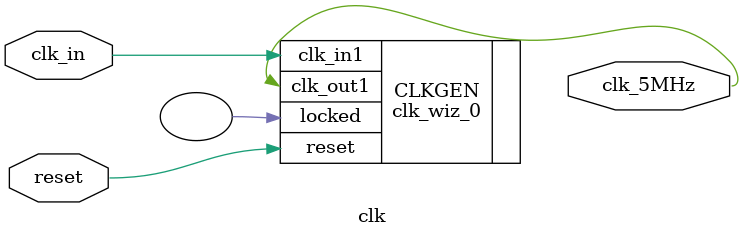
<source format=v>
`timescale 1ns / 1ps

module clk(clk_in, clk_5MHz, reset);

input clk_in; // 100MHz
output clk_5MHz;
input reset;


clk_wiz_0 CLKGEN(
  .clk_out1(clk_5MHz),
  .reset(reset),
  .locked(),
  .clk_in1(clk_in)
 );
 
endmodule

</source>
